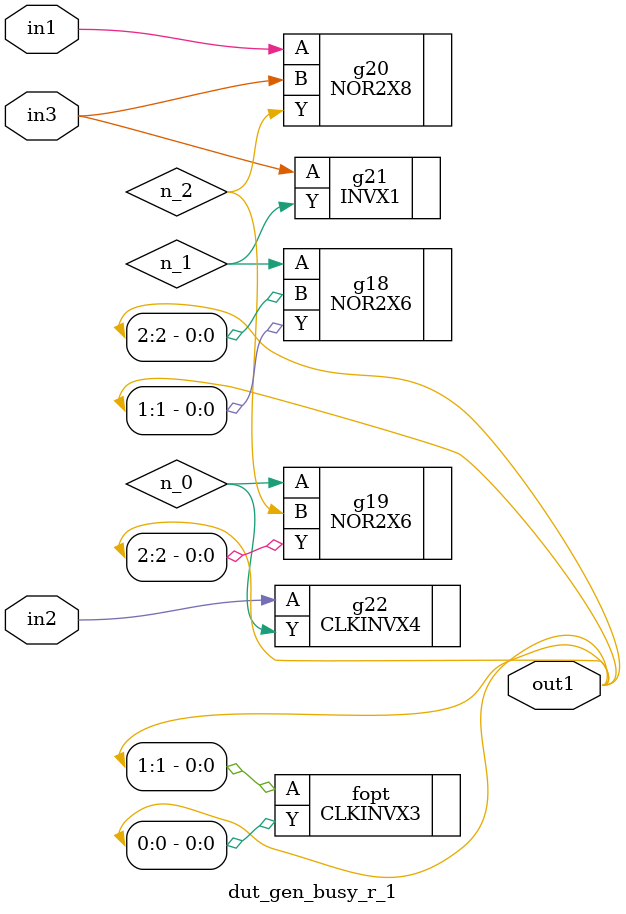
<source format=v>
`timescale 1ps / 1ps


module dut_gen_busy_r_1(in1, in2, in3, out1);
  input in1, in2, in3;
  output [2:0] out1;
  wire in1, in2, in3;
  wire [2:0] out1;
  wire n_0, n_1, n_2;
  NOR2X6 g18(.A (n_1), .B (out1[2]), .Y (out1[1]));
  NOR2X6 g19(.A (n_0), .B (n_2), .Y (out1[2]));
  NOR2X8 g20(.A (in1), .B (in3), .Y (n_2));
  INVX1 g21(.A (in3), .Y (n_1));
  CLKINVX4 g22(.A (in2), .Y (n_0));
  CLKINVX3 fopt(.A (out1[1]), .Y (out1[0]));
endmodule



</source>
